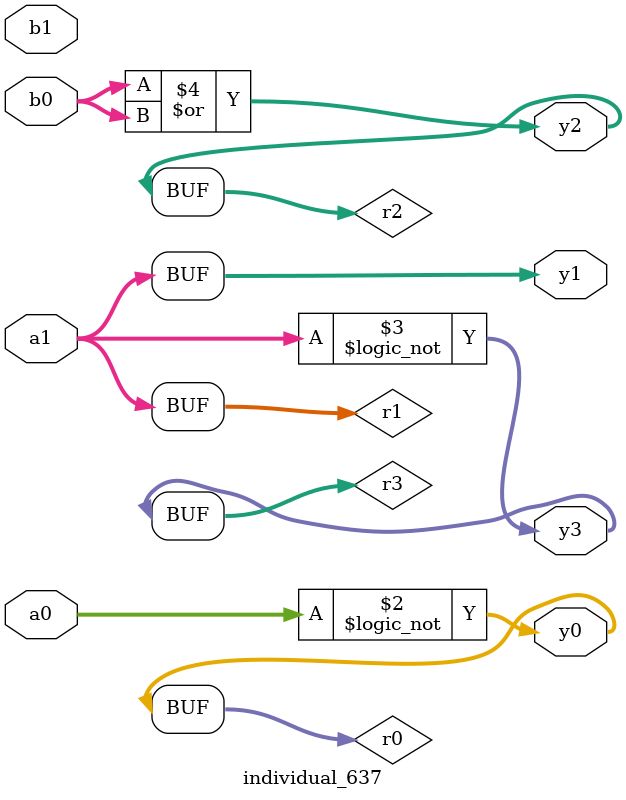
<source format=sv>
module individual_637(input logic [15:0] a1, input logic [15:0] a0, input logic [15:0] b1, input logic [15:0] b0, output logic [15:0] y3, output logic [15:0] y2, output logic [15:0] y1, output logic [15:0] y0);
logic [15:0] r0, r1, r2, r3; 
 always@(*) begin 
	 r0 = a0; r1 = a1; r2 = b0; r3 = b1; 
 	 r0 = ! a0 ;
 	 r3 = ! r1 ;
 	 r2  |=  r2 ;
 	 y3 = r3; y2 = r2; y1 = r1; y0 = r0; 
end
endmodule
</source>
